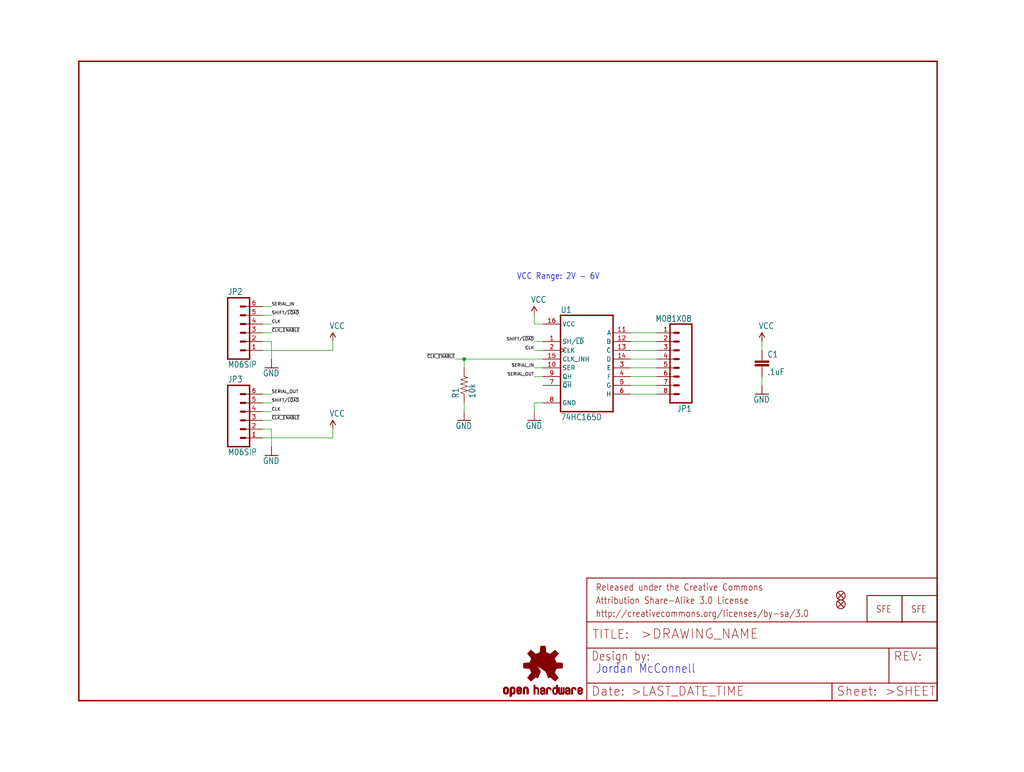
<source format=kicad_sch>
(kicad_sch (version 20211123) (generator eeschema)
  (paper "User" 297.002 223.926)
  (lib_symbols
    (symbol "schematicEagle-eagle-import:74165D"
      (property "Value" "74165D" (at -7.62 -15.24 0))
      (symbol "74165D_1_0"
        (pin input line (at -12.7 7.62 0) (length 5.08) (name "SH/~{LD}") (number "1"))
        (pin input line (at -12.7 0 0) (length 5.08) (name "SER") (number "10"))
        (pin tri_state line (at 12.7 10.16 180) (length 5.08) (name "A") (number "11"))
        (pin tri_state line (at 12.7 7.62 180) (length 5.08) (name "B") (number "12"))
        (pin tri_state line (at 12.7 5.08 180) (length 5.08) (name "C") (number "13"))
        (pin tri_state line (at 12.7 2.54 180) (length 5.08) (name "D") (number "14"))
        (pin input line (at -12.7 2.54 0) (length 5.08) (name "CLK_INH") (number "15"))
        (pin power_in line (at -12.7 12.7 0) (length 5.08) (name "VCC") (number "16"))
        (pin input clock (at -12.7 5.08 0) (length 5.08) (name "CLK") (number "2"))
        (pin tri_state line (at 12.7 0 180) (length 5.08) (name "E") (number "3"))
        (pin tri_state line (at 12.7 -2.54 180) (length 5.08) (name "F") (number "4"))
        (pin tri_state line (at 12.7 -5.08 180) (length 5.08) (name "G") (number "5"))
        (pin tri_state line (at 12.7 -7.62 180) (length 5.08) (name "H") (number "6"))
        (pin input line (at -12.7 -5.08 0) (length 5.08) (name "~{QH}") (number "7"))
        (pin power_in line (at -12.7 -10.16 0) (length 5.08) (name "GND") (number "8"))
        (pin tri_state line (at -12.7 -2.54 0) (length 5.08) (name "QH") (number "9"))
      )
    )
    (symbol "schematicEagle-eagle-import:CAP0402-CAP"
      (property "Reference" "C" (at 1.524 2.921 0))
      (property "Value" "CAP0402-CAP" (at 1.524 -2.159 0))
      (symbol "CAP0402-CAP_1_0"
        (pin passive line (at 0 5.08 270) (length 2.54) (name "1") (number "1"))
        (pin passive line (at 0 -2.54 90) (length 2.54) (name "2") (number "2"))
      )
    )
    (symbol "schematicEagle-eagle-import:FIDUCIALUFIDUCIAL")
    (symbol "schematicEagle-eagle-import:FRAME-LETTER"
      (symbol "FRAME-LETTER_2_0"
        (text ">DRAWING_NAME" (at 15.494 17.78 0) (effects (font (size 2.7432 2.7432)) (justify left bottom)))
        (text ">LAST_DATE_TIME" (at 12.7 1.27 0) (effects (font (size 2.54 2.54)) (justify left bottom)))
        (text ">SHEET" (at 86.36 1.27 0) (effects (font (size 2.54 2.54)) (justify left bottom)))
        (text "Attribution Share-Alike 3.0 License" (at 2.54 27.94 0) (effects (font (size 1.9304 1.6408)) (justify left bottom)))
        (text "Date:" (at 1.27 1.27 0) (effects (font (size 2.54 2.54)) (justify left bottom)))
        (text "Design by:" (at 1.27 11.43 0) (effects (font (size 2.54 2.159)) (justify left bottom)))
        (text "http://creativecommons.org/licenses/by-sa/3.0" (at 2.54 24.13 0) (effects (font (size 1.9304 1.6408)) (justify left bottom)))
        (text "Released under the Creative Commons" (at 2.54 31.75 0) (effects (font (size 1.9304 1.6408)) (justify left bottom)))
        (text "REV:" (at 88.9 11.43 0) (effects (font (size 2.54 2.54)) (justify left bottom)))
        (text "Sheet:" (at 72.39 1.27 0) (effects (font (size 2.54 2.54)) (justify left bottom)))
        (text "TITLE:" (at 1.524 17.78 0) (effects (font (size 2.54 2.54)) (justify left bottom)))
      )
    )
    (symbol "schematicEagle-eagle-import:GND" (power)
      (property "Value" "GND" (at -2.54 -2.54 0))
      (symbol "GND_1_0"
        (pin power_in line (at 0 2.54 270) (length 2.54) (name "GND") (number "1"))
      )
    )
    (symbol "schematicEagle-eagle-import:LOGO-SFENEW"
      (symbol "LOGO-SFENEW_1_0"
        (text "SFE" (at 0 0 0) (effects (font (size 1.9304 1.6408)) (justify left bottom)))
      )
    )
    (symbol "schematicEagle-eagle-import:LOGO-SFESK"
      (symbol "LOGO-SFESK_1_0"
        (text "SFE" (at 0 0 0) (effects (font (size 1.9304 1.6408)) (justify left bottom)))
      )
    )
    (symbol "schematicEagle-eagle-import:M06SIP"
      (property "Reference" "JP" (at -5.08 10.922 0))
      (property "Value" "M06SIP" (at -5.08 -10.16 0))
      (symbol "M06SIP_1_0"
        (pin passive line (at 5.08 -5.08 180) (length 5.08) (name "1") (number "1"))
        (pin passive line (at 5.08 -2.54 180) (length 5.08) (name "2") (number "2"))
        (pin passive line (at 5.08 0 180) (length 5.08) (name "3") (number "3"))
        (pin passive line (at 5.08 2.54 180) (length 5.08) (name "4") (number "4"))
        (pin passive line (at 5.08 5.08 180) (length 5.08) (name "5") (number "5"))
        (pin passive line (at 5.08 7.62 180) (length 5.08) (name "6") (number "6"))
      )
    )
    (symbol "schematicEagle-eagle-import:M081X08"
      (property "Reference" "JP" (at -5.08 13.462 0))
      (property "Value" "M081X08" (at -5.08 -12.7 0))
      (symbol "M081X08_1_0"
        (pin passive line (at 5.08 -7.62 180) (length 5.08) (name "1") (number "1"))
        (pin passive line (at 5.08 -5.08 180) (length 5.08) (name "2") (number "2"))
        (pin passive line (at 5.08 -2.54 180) (length 5.08) (name "3") (number "3"))
        (pin passive line (at 5.08 0 180) (length 5.08) (name "4") (number "4"))
        (pin passive line (at 5.08 2.54 180) (length 5.08) (name "5") (number "5"))
        (pin passive line (at 5.08 5.08 180) (length 5.08) (name "6") (number "6"))
        (pin passive line (at 5.08 7.62 180) (length 5.08) (name "7") (number "7"))
        (pin passive line (at 5.08 10.16 180) (length 5.08) (name "8") (number "8"))
      )
    )
    (symbol "schematicEagle-eagle-import:OSHW-LOGOS")
    (symbol "schematicEagle-eagle-import:RESISTOR0402-RES"
      (property "Reference" "R" (at -3.81 1.4986 0))
      (property "Value" "RESISTOR0402-RES" (at -3.81 -3.302 0))
      (symbol "RESISTOR0402-RES_1_0"
        (pin passive line (at -5.08 0 0) (length 2.54) (name "1") (number "1"))
        (pin passive line (at 5.08 0 180) (length 2.54) (name "2") (number "2"))
      )
    )
    (symbol "schematicEagle-eagle-import:VCC" (power)
      (property "Value" "VCC" (at -1.016 3.556 0))
      (symbol "VCC_1_0"
        (pin power_in line (at 0 0 90) (length 2.54) (name "VCC") (number "1"))
      )
    )
  )
  (junction (at 134.62 104.14))
  (wire (pts (xy 78.74 104.14) (xy 78.74 99.06)))
  (wire (pts (xy 182.88 104.14) (xy 190.5 104.14)))
  (wire (pts (xy 134.62 104.14) (xy 132.08 104.14)))
  (wire (pts (xy 76.2 91.44) (xy 78.74 91.44)))
  (wire (pts (xy 220.98 101.6) (xy 220.98 99.06)))
  (wire (pts (xy 78.74 99.06) (xy 76.2 99.06)))
  (wire (pts (xy 76.2 116.84) (xy 78.74 116.84)))
  (wire (pts (xy 76.2 127) (xy 96.52 127)))
  (wire (pts (xy 96.52 127) (xy 96.52 124.46)))
  (wire (pts (xy 154.94 116.84) (xy 157.48 116.84)))
  (wire (pts (xy 134.62 119.38) (xy 134.62 116.84)))
  (wire (pts (xy 76.2 121.92) (xy 78.74 121.92)))
  (wire (pts (xy 182.88 109.22) (xy 190.5 109.22)))
  (wire (pts (xy 157.48 106.68) (xy 154.94 106.68)))
  (wire (pts (xy 78.74 124.46) (xy 78.74 129.54)))
  (wire (pts (xy 157.48 109.22) (xy 154.94 109.22)))
  (wire (pts (xy 182.88 96.52) (xy 190.5 96.52)))
  (wire (pts (xy 76.2 119.38) (xy 78.74 119.38)))
  (wire (pts (xy 76.2 93.98) (xy 78.74 93.98)))
  (wire (pts (xy 182.88 111.76) (xy 190.5 111.76)))
  (wire (pts (xy 182.88 114.3) (xy 190.5 114.3)))
  (wire (pts (xy 220.98 111.76) (xy 220.98 109.22)))
  (wire (pts (xy 96.52 99.06) (xy 96.52 101.6)))
  (wire (pts (xy 182.88 99.06) (xy 190.5 99.06)))
  (wire (pts (xy 76.2 124.46) (xy 78.74 124.46)))
  (wire (pts (xy 182.88 106.68) (xy 190.5 106.68)))
  (wire (pts (xy 157.48 93.98) (xy 154.94 93.98)))
  (wire (pts (xy 154.94 119.38) (xy 154.94 116.84)))
  (wire (pts (xy 76.2 96.52) (xy 78.74 96.52)))
  (wire (pts (xy 157.48 101.6) (xy 154.94 101.6)))
  (wire (pts (xy 157.48 104.14) (xy 134.62 104.14)))
  (wire (pts (xy 182.88 101.6) (xy 190.5 101.6)))
  (wire (pts (xy 76.2 114.3) (xy 78.74 114.3)))
  (wire (pts (xy 134.62 106.68) (xy 134.62 104.14)))
  (wire (pts (xy 76.2 88.9) (xy 78.74 88.9)))
  (wire (pts (xy 154.94 93.98) (xy 154.94 91.44)))
  (wire (pts (xy 157.48 99.06) (xy 154.94 99.06)))
  (wire (pts (xy 96.52 101.6) (xy 76.2 101.6)))
  (text "Jordan McConnell" (at 172.72 195.58 180) (effects (font (size 2.54 2.159)) (justify left bottom)))
  (text "VCC Range: 2V - 6V" (at 149.86 81.28 180) (effects (font (size 1.778 1.5113)) (justify left bottom)))
  (label "~{CLK_ENABLE}" (at 78.74 96.52 0) (effects (font (size 0.889 0.889))))
  (label "~{CLK_ENABLE}" (at 78.74 121.92 0) (effects (font (size 0.889 0.889))))
  (label "SERIAL_OUT" (at 78.74 114.3 0) (effects (font (size 0.889 0.889))))
  (label "SERIAL_IN" (at 154.94 106.68 180) (effects (font (size 0.889 0.889))))
  (label "SHIFT/~{LOAD}" (at 154.94 99.06 180) (effects (font (size 0.889 0.889))))
  (label "CLK" (at 78.74 93.98 0) (effects (font (size 0.889 0.889))))
  (label "SHIFT/~{LOAD}" (at 78.74 116.84 0) (effects (font (size 0.889 0.889))))
  (label "SERIAL_IN" (at 78.74 88.9 0) (effects (font (size 0.889 0.889))))
  (label "SERIAL_OUT" (at 154.94 109.22 180) (effects (font (size 0.889 0.889))))
  (label "CLK" (at 78.74 119.38 0) (effects (font (size 0.889 0.889))))
  (label "SHIFT/~{LOAD}" (at 78.74 91.44 0) (effects (font (size 0.889 0.889))))
  (label "~{CLK_ENABLE}" (at 132.08 104.14 180) (effects (font (size 0.889 0.889))))
  (label "CLK" (at 154.94 101.6 180) (effects (font (size 0.889 0.889))))
  (symbol (lib_id "schematicEagle-eagle-import:VCC") (at 96.52 99.06 0) (unit 1)
    (property "Reference" "#P+3" (effects hide))
    (property "Value" "VCC" (at 95.504 95.504 0) (effects (font (size 1.778 1.5113)) (justify left bottom)))
    (property "Footprint" "schematicEagle:" (effects hide))
  )
  (symbol (lib_id "schematicEagle-eagle-import:LOGO-SFESK") (at 264.16 177.8 0) (unit 1)
    (property "Reference" "JP4" (effects hide))
    (property "Value" "LOGO-SFESK" (effects hide))
    (property "Footprint" "schematicEagle:SFE-LOGO-FLAME" (effects hide))
  )
  (symbol (lib_id "schematicEagle-eagle-import:VCC") (at 96.52 124.46 0) (unit 1)
    (property "Reference" "#P+2" (effects hide))
    (property "Value" "VCC" (at 95.504 120.904 0) (effects (font (size 1.778 1.5113)) (justify left bottom)))
    (property "Footprint" "schematicEagle:" (effects hide))
  )
  (symbol (lib_id "schematicEagle-eagle-import:FRAME-LETTER") (at 22.86 203.2 0) (unit 1)
    (property "Reference" "FRAME1" (effects hide))
    (property "Value" "FRAME-LETTER" (effects hide))
    (property "Footprint" "schematicEagle:CREATIVE_COMMONS" (effects hide))
  )
  (symbol (lib_id "schematicEagle-eagle-import:GND") (at 154.94 121.92 0) (unit 1)
    (property "Reference" "#GND1" (effects hide))
    (property "Value" "GND" (at 152.4 124.46 0) (effects (font (size 1.778 1.5113)) (justify left bottom)))
    (property "Footprint" "schematicEagle:" (effects hide))
  )
  (symbol (lib_id "schematicEagle-eagle-import:VCC") (at 220.98 99.06 0) (unit 1)
    (property "Reference" "#P+4" (effects hide))
    (property "Value" "VCC" (at 219.964 95.504 0) (effects (font (size 1.778 1.5113)) (justify left bottom)))
    (property "Footprint" "schematicEagle:" (effects hide))
  )
  (symbol (lib_id "schematicEagle-eagle-import:OSHW-LOGOS") (at 157.48 193.04 0) (unit 1)
    (property "Reference" "U$1" (effects hide))
    (property "Value" "OSHW-LOGOS" (effects hide))
    (property "Footprint" "schematicEagle:OSHW-LOGO-S" (effects hide))
  )
  (symbol (lib_id "schematicEagle-eagle-import:CAP0402-CAP") (at 220.98 106.68 0) (unit 1)
    (property "Reference" "C1" (at 222.504 103.759 0) (effects (font (size 1.778 1.5113)) (justify left bottom)))
    (property "Value" ".1uF" (at 222.504 108.839 0) (effects (font (size 1.778 1.5113)) (justify left bottom)))
    (property "Footprint" "schematicEagle:0402-CAP" (effects hide))
  )
  (symbol (lib_id "schematicEagle-eagle-import:GND") (at 78.74 132.08 0) (unit 1)
    (property "Reference" "#GND2" (effects hide))
    (property "Value" "GND" (at 76.2 134.62 0) (effects (font (size 1.778 1.5113)) (justify left bottom)))
    (property "Footprint" "schematicEagle:" (effects hide))
  )
  (symbol (lib_id "schematicEagle-eagle-import:GND") (at 78.74 106.68 0) (unit 1)
    (property "Reference" "#GND3" (effects hide))
    (property "Value" "GND" (at 76.2 109.22 0) (effects (font (size 1.778 1.5113)) (justify left bottom)))
    (property "Footprint" "schematicEagle:" (effects hide))
  )
  (symbol (lib_id "schematicEagle-eagle-import:VCC") (at 154.94 91.44 0) (unit 1)
    (property "Reference" "#P+1" (effects hide))
    (property "Value" "VCC" (at 153.924 87.884 0) (effects (font (size 1.778 1.5113)) (justify left bottom)))
    (property "Footprint" "schematicEagle:" (effects hide))
  )
  (symbol (lib_id "schematicEagle-eagle-import:M06SIP") (at 71.12 96.52 0) (unit 1)
    (property "Reference" "JP2" (at 66.04 85.598 0) (effects (font (size 1.778 1.5113)) (justify left bottom)))
    (property "Value" "M06SIP" (at 66.04 106.68 0) (effects (font (size 1.778 1.5113)) (justify left bottom)))
    (property "Footprint" "schematicEagle:1X06" (effects hide))
  )
  (symbol (lib_id "schematicEagle-eagle-import:GND") (at 220.98 114.3 0) (unit 1)
    (property "Reference" "#GND4" (effects hide))
    (property "Value" "GND" (at 218.44 116.84 0) (effects (font (size 1.778 1.5113)) (justify left bottom)))
    (property "Footprint" "schematicEagle:" (effects hide))
  )
  (symbol (lib_id "schematicEagle-eagle-import:M06SIP") (at 71.12 121.92 0) (unit 1)
    (property "Reference" "JP3" (at 66.04 110.998 0) (effects (font (size 1.778 1.5113)) (justify left bottom)))
    (property "Value" "M06SIP" (at 66.04 132.08 0) (effects (font (size 1.778 1.5113)) (justify left bottom)))
    (property "Footprint" "schematicEagle:1X06" (effects hide))
  )
  (symbol (lib_id "schematicEagle-eagle-import:LOGO-SFENEW") (at 254 177.8 0) (unit 1)
    (property "Reference" "JP5" (effects hide))
    (property "Value" "LOGO-SFENEW" (effects hide))
    (property "Footprint" "schematicEagle:SFE-NEW-WEBLOGO" (effects hide))
  )
  (symbol (lib_id "schematicEagle-eagle-import:FIDUCIALUFIDUCIAL") (at 243.84 172.72 0) (unit 1)
    (property "Reference" "JP6" (effects hide))
    (property "Value" "FIDUCIALUFIDUCIAL" (effects hide))
    (property "Footprint" "schematicEagle:MICRO-FIDUCIAL" (effects hide))
  )
  (symbol (lib_id "schematicEagle-eagle-import:RESISTOR0402-RES") (at 134.62 111.76 90) (unit 1)
    (property "Reference" "R1" (at 133.1214 115.57 0) (effects (font (size 1.778 1.5113)) (justify left bottom)))
    (property "Value" "10k" (at 137.922 115.57 0) (effects (font (size 1.778 1.5113)) (justify left bottom)))
    (property "Footprint" "schematicEagle:0402-RES" (effects hide))
  )
  (symbol (lib_id "schematicEagle-eagle-import:GND") (at 134.62 121.92 0) (unit 1)
    (property "Reference" "#GND5" (effects hide))
    (property "Value" "GND" (at 132.08 124.46 0) (effects (font (size 1.778 1.5113)) (justify left bottom)))
    (property "Footprint" "schematicEagle:" (effects hide))
  )
  (symbol (lib_id "schematicEagle-eagle-import:74165D") (at 170.18 106.68 0) (unit 1)
    (property "Reference" "U1" (at 162.56 90.805 0) (effects (font (size 1.778 1.5113)) (justify left bottom)))
    (property "Value" "74HC165D" (at 162.56 121.92 0) (effects (font (size 1.778 1.5113)) (justify left bottom)))
    (property "Footprint" "schematicEagle:SO16" (effects hide))
  )
  (symbol (lib_id "schematicEagle-eagle-import:FIDUCIALUFIDUCIAL") (at 243.84 175.26 0) (unit 1)
    (property "Reference" "JP7" (effects hide))
    (property "Value" "FIDUCIALUFIDUCIAL" (effects hide))
    (property "Footprint" "schematicEagle:MICRO-FIDUCIAL" (effects hide))
  )
  (symbol (lib_id "schematicEagle-eagle-import:FRAME-LETTER") (at 170.18 203.2 0) (unit 2)
    (property "Reference" "FRAME1" (effects hide))
    (property "Value" "FRAME-LETTER" (effects hide))
    (property "Footprint" "schematicEagle:CREATIVE_COMMONS" (effects hide))
  )
  (symbol (lib_id "schematicEagle-eagle-import:M081X08") (at 195.58 104.14 180) (unit 1)
    (property "Reference" "JP1" (at 200.66 117.602 0) (effects (font (size 1.778 1.5113)) (justify left bottom)))
    (property "Value" "M081X08" (at 200.66 91.44 0) (effects (font (size 1.778 1.5113)) (justify left bottom)))
    (property "Footprint" "schematicEagle:1X08" (effects hide))
  )
)
</source>
